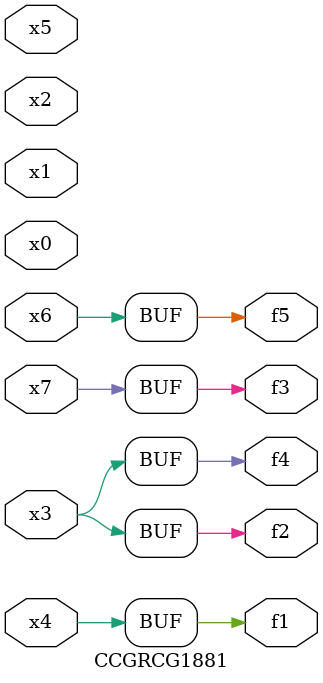
<source format=v>
module CCGRCG1881(
	input x0, x1, x2, x3, x4, x5, x6, x7,
	output f1, f2, f3, f4, f5
);
	assign f1 = x4;
	assign f2 = x3;
	assign f3 = x7;
	assign f4 = x3;
	assign f5 = x6;
endmodule

</source>
